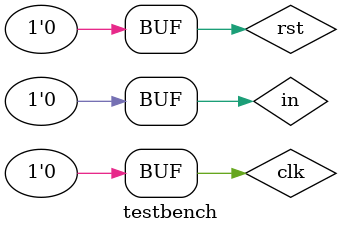
<source format=sv>

module testbench();
  logic clk, rst, in;
  logic out;
  // instantiate device under test
  patterndet dut(clk, rst, in, out);

  always     // no sensitivity list, so it always executes
    begin
      clk = 1; #5; clk = 0; #5;
    end

  initial begin
    $dumpfile("dump.vcd"); $dumpvars;
    in = 0; rst = 1; #21; rst = 0; #10
    in = 1; #30
    in = 0; #40
    in = 1; #10
    in = 0; #10
    in = 1; #40
    in = 0; 
  end
endmodule 

</source>
